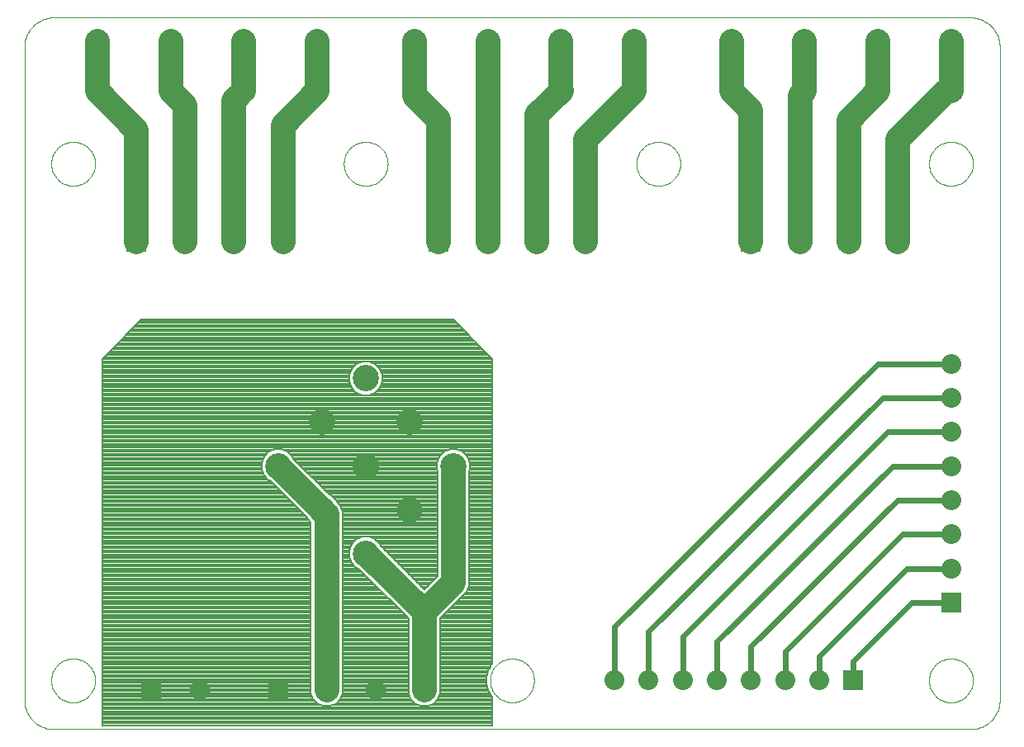
<source format=gtl>
G75*
%MOIN*%
%OFA0B0*%
%FSLAX24Y24*%
%IPPOS*%
%LPD*%
%AMOC8*
5,1,8,0,0,1.08239X$1,22.5*
%
%ADD10C,0.0000*%
%ADD11C,0.1063*%
%ADD12R,0.0800X0.0800*%
%ADD13C,0.0800*%
%ADD14C,0.0827*%
%ADD15C,0.1000*%
%ADD16C,0.0083*%
%ADD17C,0.0240*%
D10*
X001281Y000141D02*
X038289Y000141D01*
X000100Y001322D02*
X000100Y027700D01*
X001281Y028881D02*
X038289Y028881D01*
X001183Y002110D02*
X001185Y002169D01*
X001191Y002228D01*
X001201Y002286D01*
X001214Y002344D01*
X001232Y002401D01*
X001253Y002456D01*
X001278Y002510D01*
X001307Y002562D01*
X001339Y002611D01*
X001374Y002659D01*
X001412Y002704D01*
X001453Y002747D01*
X001497Y002787D01*
X001543Y002823D01*
X001592Y002857D01*
X001643Y002887D01*
X001696Y002914D01*
X001751Y002937D01*
X001806Y002956D01*
X001864Y002972D01*
X001922Y002984D01*
X001980Y002992D01*
X002039Y002996D01*
X002099Y002996D01*
X002158Y002992D01*
X002216Y002984D01*
X002274Y002972D01*
X002332Y002956D01*
X002387Y002937D01*
X002442Y002914D01*
X002495Y002887D01*
X002546Y002857D01*
X002595Y002823D01*
X002641Y002787D01*
X002685Y002747D01*
X002726Y002704D01*
X002764Y002659D01*
X002799Y002611D01*
X002831Y002562D01*
X002860Y002510D01*
X002885Y002456D01*
X002906Y002401D01*
X002924Y002344D01*
X002937Y002286D01*
X002947Y002228D01*
X002953Y002169D01*
X002955Y002110D01*
X002953Y002051D01*
X002947Y001992D01*
X002937Y001934D01*
X002924Y001876D01*
X002906Y001819D01*
X002885Y001764D01*
X002860Y001710D01*
X002831Y001658D01*
X002799Y001609D01*
X002764Y001561D01*
X002726Y001516D01*
X002685Y001473D01*
X002641Y001433D01*
X002595Y001397D01*
X002546Y001363D01*
X002495Y001333D01*
X002442Y001306D01*
X002387Y001283D01*
X002332Y001264D01*
X002274Y001248D01*
X002216Y001236D01*
X002158Y001228D01*
X002099Y001224D01*
X002039Y001224D01*
X001980Y001228D01*
X001922Y001236D01*
X001864Y001248D01*
X001806Y001264D01*
X001751Y001283D01*
X001696Y001306D01*
X001643Y001333D01*
X001592Y001363D01*
X001543Y001397D01*
X001497Y001433D01*
X001453Y001473D01*
X001412Y001516D01*
X001374Y001561D01*
X001339Y001609D01*
X001307Y001658D01*
X001278Y001710D01*
X001253Y001764D01*
X001232Y001819D01*
X001214Y001876D01*
X001201Y001934D01*
X001191Y001992D01*
X001185Y002051D01*
X001183Y002110D01*
X036616Y002110D02*
X036618Y002169D01*
X036624Y002228D01*
X036634Y002286D01*
X036647Y002344D01*
X036665Y002401D01*
X036686Y002456D01*
X036711Y002510D01*
X036740Y002562D01*
X036772Y002611D01*
X036807Y002659D01*
X036845Y002704D01*
X036886Y002747D01*
X036930Y002787D01*
X036976Y002823D01*
X037025Y002857D01*
X037076Y002887D01*
X037129Y002914D01*
X037184Y002937D01*
X037239Y002956D01*
X037297Y002972D01*
X037355Y002984D01*
X037413Y002992D01*
X037472Y002996D01*
X037532Y002996D01*
X037591Y002992D01*
X037649Y002984D01*
X037707Y002972D01*
X037765Y002956D01*
X037820Y002937D01*
X037875Y002914D01*
X037928Y002887D01*
X037979Y002857D01*
X038028Y002823D01*
X038074Y002787D01*
X038118Y002747D01*
X038159Y002704D01*
X038197Y002659D01*
X038232Y002611D01*
X038264Y002562D01*
X038293Y002510D01*
X038318Y002456D01*
X038339Y002401D01*
X038357Y002344D01*
X038370Y002286D01*
X038380Y002228D01*
X038386Y002169D01*
X038388Y002110D01*
X038386Y002051D01*
X038380Y001992D01*
X038370Y001934D01*
X038357Y001876D01*
X038339Y001819D01*
X038318Y001764D01*
X038293Y001710D01*
X038264Y001658D01*
X038232Y001609D01*
X038197Y001561D01*
X038159Y001516D01*
X038118Y001473D01*
X038074Y001433D01*
X038028Y001397D01*
X037979Y001363D01*
X037928Y001333D01*
X037875Y001306D01*
X037820Y001283D01*
X037765Y001264D01*
X037707Y001248D01*
X037649Y001236D01*
X037591Y001228D01*
X037532Y001224D01*
X037472Y001224D01*
X037413Y001228D01*
X037355Y001236D01*
X037297Y001248D01*
X037239Y001264D01*
X037184Y001283D01*
X037129Y001306D01*
X037076Y001333D01*
X037025Y001363D01*
X036976Y001397D01*
X036930Y001433D01*
X036886Y001473D01*
X036845Y001516D01*
X036807Y001561D01*
X036772Y001609D01*
X036740Y001658D01*
X036711Y001710D01*
X036686Y001764D01*
X036665Y001819D01*
X036647Y001876D01*
X036634Y001934D01*
X036624Y001992D01*
X036618Y002051D01*
X036616Y002110D01*
X018899Y002110D02*
X018901Y002169D01*
X018907Y002228D01*
X018917Y002286D01*
X018930Y002344D01*
X018948Y002401D01*
X018969Y002456D01*
X018994Y002510D01*
X019023Y002562D01*
X019055Y002611D01*
X019090Y002659D01*
X019128Y002704D01*
X019169Y002747D01*
X019213Y002787D01*
X019259Y002823D01*
X019308Y002857D01*
X019359Y002887D01*
X019412Y002914D01*
X019467Y002937D01*
X019522Y002956D01*
X019580Y002972D01*
X019638Y002984D01*
X019696Y002992D01*
X019755Y002996D01*
X019815Y002996D01*
X019874Y002992D01*
X019932Y002984D01*
X019990Y002972D01*
X020048Y002956D01*
X020103Y002937D01*
X020158Y002914D01*
X020211Y002887D01*
X020262Y002857D01*
X020311Y002823D01*
X020357Y002787D01*
X020401Y002747D01*
X020442Y002704D01*
X020480Y002659D01*
X020515Y002611D01*
X020547Y002562D01*
X020576Y002510D01*
X020601Y002456D01*
X020622Y002401D01*
X020640Y002344D01*
X020653Y002286D01*
X020663Y002228D01*
X020669Y002169D01*
X020671Y002110D01*
X020669Y002051D01*
X020663Y001992D01*
X020653Y001934D01*
X020640Y001876D01*
X020622Y001819D01*
X020601Y001764D01*
X020576Y001710D01*
X020547Y001658D01*
X020515Y001609D01*
X020480Y001561D01*
X020442Y001516D01*
X020401Y001473D01*
X020357Y001433D01*
X020311Y001397D01*
X020262Y001363D01*
X020211Y001333D01*
X020158Y001306D01*
X020103Y001283D01*
X020048Y001264D01*
X019990Y001248D01*
X019932Y001236D01*
X019874Y001228D01*
X019815Y001224D01*
X019755Y001224D01*
X019696Y001228D01*
X019638Y001236D01*
X019580Y001248D01*
X019522Y001264D01*
X019467Y001283D01*
X019412Y001306D01*
X019359Y001333D01*
X019308Y001363D01*
X019259Y001397D01*
X019213Y001433D01*
X019169Y001473D01*
X019128Y001516D01*
X019090Y001561D01*
X019055Y001609D01*
X019023Y001658D01*
X018994Y001710D01*
X018969Y001764D01*
X018948Y001819D01*
X018930Y001876D01*
X018917Y001934D01*
X018907Y001992D01*
X018901Y002051D01*
X018899Y002110D01*
X024805Y022976D02*
X024807Y023035D01*
X024813Y023094D01*
X024823Y023152D01*
X024836Y023210D01*
X024854Y023267D01*
X024875Y023322D01*
X024900Y023376D01*
X024929Y023428D01*
X024961Y023477D01*
X024996Y023525D01*
X025034Y023570D01*
X025075Y023613D01*
X025119Y023653D01*
X025165Y023689D01*
X025214Y023723D01*
X025265Y023753D01*
X025318Y023780D01*
X025373Y023803D01*
X025428Y023822D01*
X025486Y023838D01*
X025544Y023850D01*
X025602Y023858D01*
X025661Y023862D01*
X025721Y023862D01*
X025780Y023858D01*
X025838Y023850D01*
X025896Y023838D01*
X025954Y023822D01*
X026009Y023803D01*
X026064Y023780D01*
X026117Y023753D01*
X026168Y023723D01*
X026217Y023689D01*
X026263Y023653D01*
X026307Y023613D01*
X026348Y023570D01*
X026386Y023525D01*
X026421Y023477D01*
X026453Y023428D01*
X026482Y023376D01*
X026507Y023322D01*
X026528Y023267D01*
X026546Y023210D01*
X026559Y023152D01*
X026569Y023094D01*
X026575Y023035D01*
X026577Y022976D01*
X026575Y022917D01*
X026569Y022858D01*
X026559Y022800D01*
X026546Y022742D01*
X026528Y022685D01*
X026507Y022630D01*
X026482Y022576D01*
X026453Y022524D01*
X026421Y022475D01*
X026386Y022427D01*
X026348Y022382D01*
X026307Y022339D01*
X026263Y022299D01*
X026217Y022263D01*
X026168Y022229D01*
X026117Y022199D01*
X026064Y022172D01*
X026009Y022149D01*
X025954Y022130D01*
X025896Y022114D01*
X025838Y022102D01*
X025780Y022094D01*
X025721Y022090D01*
X025661Y022090D01*
X025602Y022094D01*
X025544Y022102D01*
X025486Y022114D01*
X025428Y022130D01*
X025373Y022149D01*
X025318Y022172D01*
X025265Y022199D01*
X025214Y022229D01*
X025165Y022263D01*
X025119Y022299D01*
X025075Y022339D01*
X025034Y022382D01*
X024996Y022427D01*
X024961Y022475D01*
X024929Y022524D01*
X024900Y022576D01*
X024875Y022630D01*
X024854Y022685D01*
X024836Y022742D01*
X024823Y022800D01*
X024813Y022858D01*
X024807Y022917D01*
X024805Y022976D01*
X012994Y022976D02*
X012996Y023035D01*
X013002Y023094D01*
X013012Y023152D01*
X013025Y023210D01*
X013043Y023267D01*
X013064Y023322D01*
X013089Y023376D01*
X013118Y023428D01*
X013150Y023477D01*
X013185Y023525D01*
X013223Y023570D01*
X013264Y023613D01*
X013308Y023653D01*
X013354Y023689D01*
X013403Y023723D01*
X013454Y023753D01*
X013507Y023780D01*
X013562Y023803D01*
X013617Y023822D01*
X013675Y023838D01*
X013733Y023850D01*
X013791Y023858D01*
X013850Y023862D01*
X013910Y023862D01*
X013969Y023858D01*
X014027Y023850D01*
X014085Y023838D01*
X014143Y023822D01*
X014198Y023803D01*
X014253Y023780D01*
X014306Y023753D01*
X014357Y023723D01*
X014406Y023689D01*
X014452Y023653D01*
X014496Y023613D01*
X014537Y023570D01*
X014575Y023525D01*
X014610Y023477D01*
X014642Y023428D01*
X014671Y023376D01*
X014696Y023322D01*
X014717Y023267D01*
X014735Y023210D01*
X014748Y023152D01*
X014758Y023094D01*
X014764Y023035D01*
X014766Y022976D01*
X014764Y022917D01*
X014758Y022858D01*
X014748Y022800D01*
X014735Y022742D01*
X014717Y022685D01*
X014696Y022630D01*
X014671Y022576D01*
X014642Y022524D01*
X014610Y022475D01*
X014575Y022427D01*
X014537Y022382D01*
X014496Y022339D01*
X014452Y022299D01*
X014406Y022263D01*
X014357Y022229D01*
X014306Y022199D01*
X014253Y022172D01*
X014198Y022149D01*
X014143Y022130D01*
X014085Y022114D01*
X014027Y022102D01*
X013969Y022094D01*
X013910Y022090D01*
X013850Y022090D01*
X013791Y022094D01*
X013733Y022102D01*
X013675Y022114D01*
X013617Y022130D01*
X013562Y022149D01*
X013507Y022172D01*
X013454Y022199D01*
X013403Y022229D01*
X013354Y022263D01*
X013308Y022299D01*
X013264Y022339D01*
X013223Y022382D01*
X013185Y022427D01*
X013150Y022475D01*
X013118Y022524D01*
X013089Y022576D01*
X013064Y022630D01*
X013043Y022685D01*
X013025Y022742D01*
X013012Y022800D01*
X013002Y022858D01*
X012996Y022917D01*
X012994Y022976D01*
X001183Y022976D02*
X001185Y023035D01*
X001191Y023094D01*
X001201Y023152D01*
X001214Y023210D01*
X001232Y023267D01*
X001253Y023322D01*
X001278Y023376D01*
X001307Y023428D01*
X001339Y023477D01*
X001374Y023525D01*
X001412Y023570D01*
X001453Y023613D01*
X001497Y023653D01*
X001543Y023689D01*
X001592Y023723D01*
X001643Y023753D01*
X001696Y023780D01*
X001751Y023803D01*
X001806Y023822D01*
X001864Y023838D01*
X001922Y023850D01*
X001980Y023858D01*
X002039Y023862D01*
X002099Y023862D01*
X002158Y023858D01*
X002216Y023850D01*
X002274Y023838D01*
X002332Y023822D01*
X002387Y023803D01*
X002442Y023780D01*
X002495Y023753D01*
X002546Y023723D01*
X002595Y023689D01*
X002641Y023653D01*
X002685Y023613D01*
X002726Y023570D01*
X002764Y023525D01*
X002799Y023477D01*
X002831Y023428D01*
X002860Y023376D01*
X002885Y023322D01*
X002906Y023267D01*
X002924Y023210D01*
X002937Y023152D01*
X002947Y023094D01*
X002953Y023035D01*
X002955Y022976D01*
X002953Y022917D01*
X002947Y022858D01*
X002937Y022800D01*
X002924Y022742D01*
X002906Y022685D01*
X002885Y022630D01*
X002860Y022576D01*
X002831Y022524D01*
X002799Y022475D01*
X002764Y022427D01*
X002726Y022382D01*
X002685Y022339D01*
X002641Y022299D01*
X002595Y022263D01*
X002546Y022229D01*
X002495Y022199D01*
X002442Y022172D01*
X002387Y022149D01*
X002332Y022130D01*
X002274Y022114D01*
X002216Y022102D01*
X002158Y022094D01*
X002099Y022090D01*
X002039Y022090D01*
X001980Y022094D01*
X001922Y022102D01*
X001864Y022114D01*
X001806Y022130D01*
X001751Y022149D01*
X001696Y022172D01*
X001643Y022199D01*
X001592Y022229D01*
X001543Y022263D01*
X001497Y022299D01*
X001453Y022339D01*
X001412Y022382D01*
X001374Y022427D01*
X001339Y022475D01*
X001307Y022524D01*
X001278Y022576D01*
X001253Y022630D01*
X001232Y022685D01*
X001214Y022742D01*
X001201Y022800D01*
X001191Y022858D01*
X001185Y022917D01*
X001183Y022976D01*
X036616Y022976D02*
X036618Y023035D01*
X036624Y023094D01*
X036634Y023152D01*
X036647Y023210D01*
X036665Y023267D01*
X036686Y023322D01*
X036711Y023376D01*
X036740Y023428D01*
X036772Y023477D01*
X036807Y023525D01*
X036845Y023570D01*
X036886Y023613D01*
X036930Y023653D01*
X036976Y023689D01*
X037025Y023723D01*
X037076Y023753D01*
X037129Y023780D01*
X037184Y023803D01*
X037239Y023822D01*
X037297Y023838D01*
X037355Y023850D01*
X037413Y023858D01*
X037472Y023862D01*
X037532Y023862D01*
X037591Y023858D01*
X037649Y023850D01*
X037707Y023838D01*
X037765Y023822D01*
X037820Y023803D01*
X037875Y023780D01*
X037928Y023753D01*
X037979Y023723D01*
X038028Y023689D01*
X038074Y023653D01*
X038118Y023613D01*
X038159Y023570D01*
X038197Y023525D01*
X038232Y023477D01*
X038264Y023428D01*
X038293Y023376D01*
X038318Y023322D01*
X038339Y023267D01*
X038357Y023210D01*
X038370Y023152D01*
X038380Y023094D01*
X038386Y023035D01*
X038388Y022976D01*
X038386Y022917D01*
X038380Y022858D01*
X038370Y022800D01*
X038357Y022742D01*
X038339Y022685D01*
X038318Y022630D01*
X038293Y022576D01*
X038264Y022524D01*
X038232Y022475D01*
X038197Y022427D01*
X038159Y022382D01*
X038118Y022339D01*
X038074Y022299D01*
X038028Y022263D01*
X037979Y022229D01*
X037928Y022199D01*
X037875Y022172D01*
X037820Y022149D01*
X037765Y022130D01*
X037707Y022114D01*
X037649Y022102D01*
X037591Y022094D01*
X037532Y022090D01*
X037472Y022090D01*
X037413Y022094D01*
X037355Y022102D01*
X037297Y022114D01*
X037239Y022130D01*
X037184Y022149D01*
X037129Y022172D01*
X037076Y022199D01*
X037025Y022229D01*
X036976Y022263D01*
X036930Y022299D01*
X036886Y022339D01*
X036845Y022382D01*
X036807Y022427D01*
X036772Y022475D01*
X036740Y022524D01*
X036711Y022576D01*
X036686Y022630D01*
X036665Y022685D01*
X036647Y022742D01*
X036634Y022800D01*
X036624Y022858D01*
X036618Y022917D01*
X036616Y022976D01*
X039470Y027700D02*
X039470Y001322D01*
X001281Y000141D02*
X001215Y000143D01*
X001149Y000148D01*
X001083Y000158D01*
X001018Y000171D01*
X000954Y000187D01*
X000891Y000207D01*
X000829Y000231D01*
X000769Y000258D01*
X000710Y000288D01*
X000653Y000322D01*
X000598Y000359D01*
X000545Y000399D01*
X000494Y000441D01*
X000446Y000487D01*
X000400Y000535D01*
X000358Y000586D01*
X000318Y000639D01*
X000281Y000694D01*
X000247Y000751D01*
X000217Y000810D01*
X000190Y000870D01*
X000166Y000932D01*
X000146Y000995D01*
X000130Y001059D01*
X000117Y001124D01*
X000107Y001190D01*
X000102Y001256D01*
X000100Y001322D01*
X000100Y027700D02*
X000102Y027766D01*
X000107Y027832D01*
X000117Y027898D01*
X000130Y027963D01*
X000146Y028027D01*
X000166Y028090D01*
X000190Y028152D01*
X000217Y028212D01*
X000247Y028271D01*
X000281Y028328D01*
X000318Y028383D01*
X000358Y028436D01*
X000400Y028487D01*
X000446Y028535D01*
X000494Y028581D01*
X000545Y028623D01*
X000598Y028663D01*
X000653Y028700D01*
X000710Y028734D01*
X000769Y028764D01*
X000829Y028791D01*
X000891Y028815D01*
X000954Y028835D01*
X001018Y028851D01*
X001083Y028864D01*
X001149Y028874D01*
X001215Y028879D01*
X001281Y028881D01*
X038289Y028881D02*
X038355Y028879D01*
X038421Y028874D01*
X038487Y028864D01*
X038552Y028851D01*
X038616Y028835D01*
X038679Y028815D01*
X038741Y028791D01*
X038801Y028764D01*
X038860Y028734D01*
X038917Y028700D01*
X038972Y028663D01*
X039025Y028623D01*
X039076Y028581D01*
X039124Y028535D01*
X039170Y028487D01*
X039212Y028436D01*
X039252Y028383D01*
X039289Y028328D01*
X039323Y028271D01*
X039353Y028212D01*
X039380Y028152D01*
X039404Y028090D01*
X039424Y028027D01*
X039440Y027963D01*
X039453Y027898D01*
X039463Y027832D01*
X039468Y027766D01*
X039470Y027700D01*
X039470Y001322D02*
X039468Y001256D01*
X039463Y001190D01*
X039453Y001124D01*
X039440Y001059D01*
X039424Y000995D01*
X039404Y000932D01*
X039380Y000870D01*
X039353Y000810D01*
X039323Y000751D01*
X039289Y000694D01*
X039252Y000639D01*
X039212Y000586D01*
X039170Y000535D01*
X039124Y000487D01*
X039076Y000441D01*
X039025Y000399D01*
X038972Y000359D01*
X038917Y000322D01*
X038860Y000288D01*
X038801Y000258D01*
X038741Y000231D01*
X038679Y000207D01*
X038616Y000187D01*
X038552Y000171D01*
X038487Y000158D01*
X038421Y000148D01*
X038355Y000143D01*
X038289Y000141D01*
D11*
X013880Y014307D03*
X012112Y012539D03*
X010344Y010771D03*
X015647Y012539D03*
X013880Y010771D03*
X012112Y009003D03*
X017415Y010771D03*
X015647Y009003D03*
X013880Y007236D03*
D12*
X029431Y019826D03*
X016832Y019826D03*
X004628Y019826D03*
X010336Y001716D03*
X005218Y001716D03*
X037502Y005259D03*
X033565Y002110D03*
D13*
X031399Y019826D03*
X033368Y019826D03*
X035336Y019826D03*
X018801Y019826D03*
X020769Y019826D03*
X022738Y019826D03*
X006596Y019826D03*
X008565Y019826D03*
X010533Y019826D03*
X012305Y001716D03*
X014273Y001716D03*
X016242Y001716D03*
X007187Y001716D03*
X037502Y006637D03*
X037502Y008015D03*
X037502Y009393D03*
X037502Y010771D03*
X037502Y012149D03*
X037502Y013527D03*
X037502Y014905D03*
X032187Y002110D03*
X030809Y002110D03*
X029431Y002110D03*
X028053Y002110D03*
X026675Y002110D03*
X025297Y002110D03*
X023919Y002110D03*
D14*
X037502Y025913D03*
X037502Y027913D03*
X034549Y025913D03*
X034549Y027913D03*
X031596Y025913D03*
X031596Y027913D03*
X028643Y025913D03*
X028643Y027913D03*
X024706Y025913D03*
X024706Y027913D03*
X021754Y025913D03*
X021754Y027913D03*
X018801Y025913D03*
X018801Y027913D03*
X015848Y025913D03*
X015848Y027913D03*
X011911Y025913D03*
X011911Y027913D03*
X008958Y025913D03*
X008958Y027913D03*
X006006Y025913D03*
X006006Y027913D03*
X003053Y025913D03*
X003053Y027913D03*
D15*
X035336Y019826D02*
X035336Y023960D01*
X037305Y025929D01*
X037486Y025929D01*
X037502Y025913D01*
X037502Y026126D02*
X037502Y027913D01*
X033368Y019826D02*
X033368Y024732D01*
X034549Y025913D01*
X034549Y025929D02*
X034549Y027913D01*
X031399Y019826D02*
X031399Y025716D01*
X031596Y025913D01*
X031596Y027913D01*
X029431Y019826D02*
X029431Y025126D01*
X028643Y025913D01*
X028643Y027913D01*
X022738Y019826D02*
X022738Y023960D01*
X024706Y025929D01*
X024706Y027913D01*
X021754Y027913D02*
X021754Y025913D01*
X021769Y025929D02*
X020785Y024944D01*
X020769Y024929D02*
X020769Y019826D01*
X018801Y019826D02*
X018801Y024732D01*
X018817Y024748D02*
X018817Y025929D01*
X018801Y025913D02*
X018801Y027913D01*
X016832Y019826D02*
X016832Y024748D01*
X015848Y025732D01*
X015848Y027913D01*
X011911Y027913D02*
X011911Y025913D01*
X010533Y019826D02*
X010533Y024535D01*
X011911Y025913D01*
X008958Y025913D02*
X008958Y027913D01*
X008565Y019826D02*
X008565Y025535D01*
X008761Y025732D01*
X006006Y025913D02*
X006006Y027913D01*
X006596Y019826D02*
X006596Y025322D01*
X006006Y025913D01*
X003053Y025913D02*
X003053Y027913D01*
X004628Y019826D02*
X004628Y024338D01*
X003053Y025913D01*
X012305Y001716D02*
X012305Y008811D01*
X012112Y009003D01*
X010344Y010763D02*
X012104Y009003D01*
X012112Y009003D01*
X016242Y001716D02*
X016242Y004874D01*
X013880Y007236D01*
X017415Y010771D02*
X017415Y006047D01*
X016242Y004874D01*
X013880Y007236D01*
D16*
X003250Y015102D02*
X004824Y016677D01*
X017423Y016677D01*
X018998Y015102D01*
X018998Y002775D01*
X018963Y002741D01*
X018828Y002506D01*
X018758Y002245D01*
X018758Y001975D01*
X018828Y001713D01*
X018963Y001479D01*
X018998Y001445D01*
X018998Y000283D01*
X003250Y000283D01*
X003250Y015102D01*
X012682Y009385D02*
X012493Y009574D01*
X012404Y009611D01*
X010951Y011063D01*
X010914Y011152D01*
X010725Y011342D01*
X010478Y011444D01*
X010210Y011444D01*
X009963Y011342D01*
X009774Y011152D01*
X009671Y010905D01*
X009671Y010637D01*
X009774Y010390D01*
X009963Y010201D01*
X010026Y010175D01*
X011515Y008685D01*
X011541Y008622D01*
X011663Y008500D01*
X011663Y001589D01*
X011761Y001353D01*
X011941Y001172D01*
X012177Y001075D01*
X012432Y001075D01*
X012668Y001172D01*
X012848Y001353D01*
X012946Y001589D01*
X012946Y008938D01*
X012848Y009174D01*
X012714Y009309D01*
X012682Y009385D01*
X014552Y014173D02*
X014552Y014441D01*
X014450Y014688D01*
X014261Y014877D01*
X014013Y014980D01*
X013746Y014980D01*
X013498Y014877D01*
X013309Y014688D01*
X013207Y014441D01*
X013207Y014173D01*
X013309Y013926D01*
X013498Y013736D01*
X013746Y013634D01*
X014013Y013634D01*
X014261Y013736D01*
X014450Y013926D01*
X014552Y014173D01*
X015600Y001589D02*
X015698Y001353D01*
X015878Y001172D01*
X016114Y001075D01*
X016369Y001075D01*
X016605Y001172D01*
X016785Y001353D01*
X016883Y001589D01*
X016883Y004608D01*
X017959Y005684D01*
X018056Y005919D01*
X018056Y010561D01*
X018088Y010637D01*
X018088Y010905D01*
X017985Y011152D01*
X017796Y011342D01*
X017549Y011444D01*
X017281Y011444D01*
X017034Y011342D01*
X016845Y011152D01*
X016742Y010905D01*
X016742Y010637D01*
X016774Y010561D01*
X016774Y006313D01*
X016242Y005781D01*
X014481Y007541D01*
X014450Y007617D01*
X014261Y007806D01*
X014013Y007909D01*
X013746Y007909D01*
X013498Y007806D01*
X013309Y007617D01*
X013207Y007370D01*
X013207Y007102D01*
X013309Y006855D01*
X013498Y006665D01*
X013574Y006634D01*
X015600Y004608D01*
X015600Y001589D01*
X018998Y000304D02*
X003250Y000304D01*
X003250Y000385D02*
X018998Y000385D01*
X018998Y000466D02*
X003250Y000466D01*
X003250Y000547D02*
X018998Y000547D01*
X018998Y000628D02*
X003250Y000628D01*
X003250Y000710D02*
X018998Y000710D01*
X018998Y000791D02*
X003250Y000791D01*
X003250Y000872D02*
X018998Y000872D01*
X018998Y000953D02*
X003250Y000953D01*
X003250Y001034D02*
X018998Y001034D01*
X012079Y001115D02*
X003250Y001115D01*
X012530Y001115D02*
X016016Y001115D01*
X016467Y001115D02*
X018998Y001115D01*
X011917Y001197D02*
X003250Y001197D01*
X012692Y001197D02*
X015854Y001197D01*
X016629Y001197D02*
X018998Y001197D01*
X011836Y001278D02*
X003250Y001278D01*
X012773Y001278D02*
X015773Y001278D01*
X016710Y001278D02*
X018998Y001278D01*
X011758Y001359D02*
X003250Y001359D01*
X012851Y001359D02*
X015695Y001359D01*
X016788Y001359D02*
X018998Y001359D01*
X011725Y001440D02*
X003250Y001440D01*
X012885Y001440D02*
X015662Y001440D01*
X016822Y001440D02*
X018998Y001440D01*
X011691Y001521D02*
X003250Y001521D01*
X012918Y001521D02*
X015628Y001521D01*
X016855Y001521D02*
X018939Y001521D01*
X011663Y001603D02*
X003250Y001603D01*
X012946Y001603D02*
X015600Y001603D01*
X016883Y001603D02*
X018892Y001603D01*
X011663Y001684D02*
X003250Y001684D01*
X012946Y001684D02*
X015600Y001684D01*
X016883Y001684D02*
X018845Y001684D01*
X011663Y001765D02*
X003250Y001765D01*
X012946Y001765D02*
X015600Y001765D01*
X016883Y001765D02*
X018814Y001765D01*
X011663Y001846D02*
X003250Y001846D01*
X012946Y001846D02*
X015600Y001846D01*
X016883Y001846D02*
X018792Y001846D01*
X011663Y001927D02*
X003250Y001927D01*
X012946Y001927D02*
X015600Y001927D01*
X016883Y001927D02*
X018771Y001927D01*
X011663Y002008D02*
X003250Y002008D01*
X012946Y002008D02*
X015600Y002008D01*
X016883Y002008D02*
X018758Y002008D01*
X011663Y002090D02*
X003250Y002090D01*
X012946Y002090D02*
X015600Y002090D01*
X016883Y002090D02*
X018758Y002090D01*
X011663Y002171D02*
X003250Y002171D01*
X012946Y002171D02*
X015600Y002171D01*
X016883Y002171D02*
X018758Y002171D01*
X011663Y002252D02*
X003250Y002252D01*
X012946Y002252D02*
X015600Y002252D01*
X016883Y002252D02*
X018760Y002252D01*
X011663Y002333D02*
X003250Y002333D01*
X012946Y002333D02*
X015600Y002333D01*
X016883Y002333D02*
X018781Y002333D01*
X011663Y002414D02*
X003250Y002414D01*
X012946Y002414D02*
X015600Y002414D01*
X016883Y002414D02*
X018803Y002414D01*
X011663Y002495D02*
X003250Y002495D01*
X012946Y002495D02*
X015600Y002495D01*
X016883Y002495D02*
X018825Y002495D01*
X011663Y002577D02*
X003250Y002577D01*
X012946Y002577D02*
X015600Y002577D01*
X016883Y002577D02*
X018868Y002577D01*
X011663Y002658D02*
X003250Y002658D01*
X012946Y002658D02*
X015600Y002658D01*
X016883Y002658D02*
X018915Y002658D01*
X011663Y002739D02*
X003250Y002739D01*
X012946Y002739D02*
X015600Y002739D01*
X016883Y002739D02*
X018962Y002739D01*
X011663Y002820D02*
X003250Y002820D01*
X012946Y002820D02*
X015600Y002820D01*
X016883Y002820D02*
X018998Y002820D01*
X011663Y002901D02*
X003250Y002901D01*
X012946Y002901D02*
X015600Y002901D01*
X016883Y002901D02*
X018998Y002901D01*
X011663Y002983D02*
X003250Y002983D01*
X012946Y002983D02*
X015600Y002983D01*
X016883Y002983D02*
X018998Y002983D01*
X011663Y003064D02*
X003250Y003064D01*
X012946Y003064D02*
X015600Y003064D01*
X016883Y003064D02*
X018998Y003064D01*
X011663Y003145D02*
X003250Y003145D01*
X012946Y003145D02*
X015600Y003145D01*
X016883Y003145D02*
X018998Y003145D01*
X011663Y003226D02*
X003250Y003226D01*
X012946Y003226D02*
X015600Y003226D01*
X016883Y003226D02*
X018998Y003226D01*
X011663Y003307D02*
X003250Y003307D01*
X012946Y003307D02*
X015600Y003307D01*
X016883Y003307D02*
X018998Y003307D01*
X011663Y003388D02*
X003250Y003388D01*
X012946Y003388D02*
X015600Y003388D01*
X016883Y003388D02*
X018998Y003388D01*
X011663Y003470D02*
X003250Y003470D01*
X012946Y003470D02*
X015600Y003470D01*
X016883Y003470D02*
X018998Y003470D01*
X011663Y003551D02*
X003250Y003551D01*
X012946Y003551D02*
X015600Y003551D01*
X016883Y003551D02*
X018998Y003551D01*
X011663Y003632D02*
X003250Y003632D01*
X012946Y003632D02*
X015600Y003632D01*
X016883Y003632D02*
X018998Y003632D01*
X011663Y003713D02*
X003250Y003713D01*
X012946Y003713D02*
X015600Y003713D01*
X016883Y003713D02*
X018998Y003713D01*
X011663Y003794D02*
X003250Y003794D01*
X012946Y003794D02*
X015600Y003794D01*
X016883Y003794D02*
X018998Y003794D01*
X011663Y003875D02*
X003250Y003875D01*
X012946Y003875D02*
X015600Y003875D01*
X016883Y003875D02*
X018998Y003875D01*
X011663Y003957D02*
X003250Y003957D01*
X012946Y003957D02*
X015600Y003957D01*
X016883Y003957D02*
X018998Y003957D01*
X011663Y004038D02*
X003250Y004038D01*
X012946Y004038D02*
X015600Y004038D01*
X016883Y004038D02*
X018998Y004038D01*
X011663Y004119D02*
X003250Y004119D01*
X012946Y004119D02*
X015600Y004119D01*
X016883Y004119D02*
X018998Y004119D01*
X011663Y004200D02*
X003250Y004200D01*
X012946Y004200D02*
X015600Y004200D01*
X016883Y004200D02*
X018998Y004200D01*
X011663Y004281D02*
X003250Y004281D01*
X012946Y004281D02*
X015600Y004281D01*
X016883Y004281D02*
X018998Y004281D01*
X011663Y004363D02*
X003250Y004363D01*
X012946Y004363D02*
X015600Y004363D01*
X016883Y004363D02*
X018998Y004363D01*
X011663Y004444D02*
X003250Y004444D01*
X012946Y004444D02*
X015600Y004444D01*
X016883Y004444D02*
X018998Y004444D01*
X011663Y004525D02*
X003250Y004525D01*
X012946Y004525D02*
X015600Y004525D01*
X016883Y004525D02*
X018998Y004525D01*
X011663Y004606D02*
X003250Y004606D01*
X012946Y004606D02*
X015600Y004606D01*
X016883Y004606D02*
X018998Y004606D01*
X011663Y004687D02*
X003250Y004687D01*
X012946Y004687D02*
X015521Y004687D01*
X016962Y004687D02*
X018998Y004687D01*
X011663Y004768D02*
X003250Y004768D01*
X012946Y004768D02*
X015440Y004768D01*
X017044Y004768D02*
X018998Y004768D01*
X011663Y004850D02*
X003250Y004850D01*
X012946Y004850D02*
X015359Y004850D01*
X017125Y004850D02*
X018998Y004850D01*
X011663Y004931D02*
X003250Y004931D01*
X012946Y004931D02*
X015277Y004931D01*
X017206Y004931D02*
X018998Y004931D01*
X011663Y005012D02*
X003250Y005012D01*
X012946Y005012D02*
X015196Y005012D01*
X017287Y005012D02*
X018998Y005012D01*
X011663Y005093D02*
X003250Y005093D01*
X012946Y005093D02*
X015115Y005093D01*
X017368Y005093D02*
X018998Y005093D01*
X011663Y005174D02*
X003250Y005174D01*
X012946Y005174D02*
X015034Y005174D01*
X017450Y005174D02*
X018998Y005174D01*
X011663Y005256D02*
X003250Y005256D01*
X012946Y005256D02*
X014953Y005256D01*
X017531Y005256D02*
X018998Y005256D01*
X011663Y005337D02*
X003250Y005337D01*
X012946Y005337D02*
X014872Y005337D01*
X017612Y005337D02*
X018998Y005337D01*
X011663Y005418D02*
X003250Y005418D01*
X012946Y005418D02*
X014790Y005418D01*
X017693Y005418D02*
X018998Y005418D01*
X011663Y005499D02*
X003250Y005499D01*
X012946Y005499D02*
X014709Y005499D01*
X017774Y005499D02*
X018998Y005499D01*
X011663Y005580D02*
X003250Y005580D01*
X012946Y005580D02*
X014628Y005580D01*
X017855Y005580D02*
X018998Y005580D01*
X011663Y005661D02*
X003250Y005661D01*
X012946Y005661D02*
X014547Y005661D01*
X017937Y005661D02*
X018998Y005661D01*
X011663Y005743D02*
X003250Y005743D01*
X012946Y005743D02*
X014466Y005743D01*
X017983Y005743D02*
X018998Y005743D01*
X011663Y005824D02*
X003250Y005824D01*
X012946Y005824D02*
X014385Y005824D01*
X016198Y005824D02*
X016285Y005824D01*
X018017Y005824D02*
X018998Y005824D01*
X011663Y005905D02*
X003250Y005905D01*
X012946Y005905D02*
X014303Y005905D01*
X016117Y005905D02*
X016366Y005905D01*
X018050Y005905D02*
X018998Y005905D01*
X011663Y005986D02*
X003250Y005986D01*
X012946Y005986D02*
X014222Y005986D01*
X016036Y005986D02*
X016447Y005986D01*
X018056Y005986D02*
X018998Y005986D01*
X011663Y006067D02*
X003250Y006067D01*
X012946Y006067D02*
X014141Y006067D01*
X015955Y006067D02*
X016529Y006067D01*
X018056Y006067D02*
X018998Y006067D01*
X011663Y006148D02*
X003250Y006148D01*
X012946Y006148D02*
X014060Y006148D01*
X015874Y006148D02*
X016610Y006148D01*
X018056Y006148D02*
X018998Y006148D01*
X011663Y006230D02*
X003250Y006230D01*
X012946Y006230D02*
X013979Y006230D01*
X015793Y006230D02*
X016691Y006230D01*
X018056Y006230D02*
X018998Y006230D01*
X011663Y006311D02*
X003250Y006311D01*
X012946Y006311D02*
X013897Y006311D01*
X015711Y006311D02*
X016772Y006311D01*
X018056Y006311D02*
X018998Y006311D01*
X011663Y006392D02*
X003250Y006392D01*
X012946Y006392D02*
X013816Y006392D01*
X015630Y006392D02*
X016774Y006392D01*
X018056Y006392D02*
X018998Y006392D01*
X011663Y006473D02*
X003250Y006473D01*
X012946Y006473D02*
X013735Y006473D01*
X015549Y006473D02*
X016774Y006473D01*
X018056Y006473D02*
X018998Y006473D01*
X011663Y006554D02*
X003250Y006554D01*
X012946Y006554D02*
X013654Y006554D01*
X015468Y006554D02*
X016774Y006554D01*
X018056Y006554D02*
X018998Y006554D01*
X011663Y006636D02*
X003250Y006636D01*
X012946Y006636D02*
X013570Y006636D01*
X015387Y006636D02*
X016774Y006636D01*
X018056Y006636D02*
X018998Y006636D01*
X011663Y006717D02*
X003250Y006717D01*
X012946Y006717D02*
X013447Y006717D01*
X015306Y006717D02*
X016774Y006717D01*
X018056Y006717D02*
X018998Y006717D01*
X011663Y006798D02*
X003250Y006798D01*
X012946Y006798D02*
X013366Y006798D01*
X015224Y006798D02*
X016774Y006798D01*
X018056Y006798D02*
X018998Y006798D01*
X011663Y006879D02*
X003250Y006879D01*
X012946Y006879D02*
X013299Y006879D01*
X015143Y006879D02*
X016774Y006879D01*
X018056Y006879D02*
X018998Y006879D01*
X011663Y006960D02*
X003250Y006960D01*
X012946Y006960D02*
X013265Y006960D01*
X015062Y006960D02*
X016774Y006960D01*
X018056Y006960D02*
X018998Y006960D01*
X011663Y007041D02*
X003250Y007041D01*
X012946Y007041D02*
X013232Y007041D01*
X014981Y007041D02*
X016774Y007041D01*
X018056Y007041D02*
X018998Y007041D01*
X011663Y007123D02*
X003250Y007123D01*
X012946Y007123D02*
X013207Y007123D01*
X014900Y007123D02*
X016774Y007123D01*
X018056Y007123D02*
X018998Y007123D01*
X011663Y007204D02*
X003250Y007204D01*
X012946Y007204D02*
X013207Y007204D01*
X014818Y007204D02*
X016774Y007204D01*
X018056Y007204D02*
X018998Y007204D01*
X011663Y007285D02*
X003250Y007285D01*
X012946Y007285D02*
X013207Y007285D01*
X014737Y007285D02*
X016774Y007285D01*
X018056Y007285D02*
X018998Y007285D01*
X011663Y007366D02*
X003250Y007366D01*
X012946Y007366D02*
X013207Y007366D01*
X014656Y007366D02*
X016774Y007366D01*
X018056Y007366D02*
X018998Y007366D01*
X011663Y007447D02*
X003250Y007447D01*
X012946Y007447D02*
X013239Y007447D01*
X014575Y007447D02*
X016774Y007447D01*
X018056Y007447D02*
X018998Y007447D01*
X011663Y007528D02*
X003250Y007528D01*
X012946Y007528D02*
X013273Y007528D01*
X014494Y007528D02*
X016774Y007528D01*
X018056Y007528D02*
X018998Y007528D01*
X011663Y007610D02*
X003250Y007610D01*
X012946Y007610D02*
X013306Y007610D01*
X014453Y007610D02*
X016774Y007610D01*
X018056Y007610D02*
X018998Y007610D01*
X011663Y007691D02*
X003250Y007691D01*
X012946Y007691D02*
X013383Y007691D01*
X014376Y007691D02*
X016774Y007691D01*
X018056Y007691D02*
X018998Y007691D01*
X011663Y007772D02*
X003250Y007772D01*
X012946Y007772D02*
X013464Y007772D01*
X014295Y007772D02*
X016774Y007772D01*
X018056Y007772D02*
X018998Y007772D01*
X011663Y007853D02*
X003250Y007853D01*
X012946Y007853D02*
X013612Y007853D01*
X014147Y007853D02*
X016774Y007853D01*
X018056Y007853D02*
X018998Y007853D01*
X011663Y007934D02*
X003250Y007934D01*
X012946Y007934D02*
X016774Y007934D01*
X018056Y007934D02*
X018998Y007934D01*
X011663Y008016D02*
X003250Y008016D01*
X012946Y008016D02*
X016774Y008016D01*
X018056Y008016D02*
X018998Y008016D01*
X011663Y008097D02*
X003250Y008097D01*
X012946Y008097D02*
X016774Y008097D01*
X018056Y008097D02*
X018998Y008097D01*
X011663Y008178D02*
X003250Y008178D01*
X012946Y008178D02*
X016774Y008178D01*
X018056Y008178D02*
X018998Y008178D01*
X011663Y008259D02*
X003250Y008259D01*
X012946Y008259D02*
X016774Y008259D01*
X018056Y008259D02*
X018998Y008259D01*
X011663Y008340D02*
X003250Y008340D01*
X012946Y008340D02*
X016774Y008340D01*
X018056Y008340D02*
X018998Y008340D01*
X011663Y008421D02*
X003250Y008421D01*
X012946Y008421D02*
X016774Y008421D01*
X018056Y008421D02*
X018998Y008421D01*
X011661Y008503D02*
X003250Y008503D01*
X012946Y008503D02*
X016774Y008503D01*
X018056Y008503D02*
X018998Y008503D01*
X011580Y008584D02*
X003250Y008584D01*
X012946Y008584D02*
X016774Y008584D01*
X018056Y008584D02*
X018998Y008584D01*
X011524Y008665D02*
X003250Y008665D01*
X012946Y008665D02*
X016774Y008665D01*
X018056Y008665D02*
X018998Y008665D01*
X011454Y008746D02*
X003250Y008746D01*
X012946Y008746D02*
X016774Y008746D01*
X018056Y008746D02*
X018998Y008746D01*
X011373Y008827D02*
X003250Y008827D01*
X012946Y008827D02*
X016774Y008827D01*
X018056Y008827D02*
X018998Y008827D01*
X011292Y008908D02*
X003250Y008908D01*
X012946Y008908D02*
X016774Y008908D01*
X018056Y008908D02*
X018998Y008908D01*
X011211Y008990D02*
X003250Y008990D01*
X012925Y008990D02*
X016774Y008990D01*
X018056Y008990D02*
X018998Y008990D01*
X011130Y009071D02*
X003250Y009071D01*
X012891Y009071D02*
X016774Y009071D01*
X018056Y009071D02*
X018998Y009071D01*
X011048Y009152D02*
X003250Y009152D01*
X012857Y009152D02*
X016774Y009152D01*
X018056Y009152D02*
X018998Y009152D01*
X010967Y009233D02*
X003250Y009233D01*
X012789Y009233D02*
X016774Y009233D01*
X018056Y009233D02*
X018998Y009233D01*
X010886Y009314D02*
X003250Y009314D01*
X012711Y009314D02*
X016774Y009314D01*
X018056Y009314D02*
X018998Y009314D01*
X010805Y009396D02*
X003250Y009396D01*
X012671Y009396D02*
X016774Y009396D01*
X018056Y009396D02*
X018998Y009396D01*
X010724Y009477D02*
X003250Y009477D01*
X012590Y009477D02*
X016774Y009477D01*
X018056Y009477D02*
X018998Y009477D01*
X010643Y009558D02*
X003250Y009558D01*
X012509Y009558D02*
X016774Y009558D01*
X018056Y009558D02*
X018998Y009558D01*
X010561Y009639D02*
X003250Y009639D01*
X012375Y009639D02*
X016774Y009639D01*
X018056Y009639D02*
X018998Y009639D01*
X010480Y009720D02*
X003250Y009720D01*
X012294Y009720D02*
X016774Y009720D01*
X018056Y009720D02*
X018998Y009720D01*
X010399Y009801D02*
X003250Y009801D01*
X012213Y009801D02*
X016774Y009801D01*
X018056Y009801D02*
X018998Y009801D01*
X010318Y009883D02*
X003250Y009883D01*
X012132Y009883D02*
X016774Y009883D01*
X018056Y009883D02*
X018998Y009883D01*
X010237Y009964D02*
X003250Y009964D01*
X012051Y009964D02*
X016774Y009964D01*
X018056Y009964D02*
X018998Y009964D01*
X010156Y010045D02*
X003250Y010045D01*
X011969Y010045D02*
X016774Y010045D01*
X018056Y010045D02*
X018998Y010045D01*
X010074Y010126D02*
X003250Y010126D01*
X011888Y010126D02*
X016774Y010126D01*
X018056Y010126D02*
X018998Y010126D01*
X009956Y010207D02*
X003250Y010207D01*
X011807Y010207D02*
X016774Y010207D01*
X018056Y010207D02*
X018998Y010207D01*
X009875Y010289D02*
X003250Y010289D01*
X011726Y010289D02*
X016774Y010289D01*
X018056Y010289D02*
X018998Y010289D01*
X009794Y010370D02*
X003250Y010370D01*
X011645Y010370D02*
X016774Y010370D01*
X018056Y010370D02*
X018998Y010370D01*
X009748Y010451D02*
X003250Y010451D01*
X011564Y010451D02*
X016774Y010451D01*
X018056Y010451D02*
X018998Y010451D01*
X009715Y010532D02*
X003250Y010532D01*
X011482Y010532D02*
X016774Y010532D01*
X018056Y010532D02*
X018998Y010532D01*
X009681Y010613D02*
X003250Y010613D01*
X011401Y010613D02*
X016752Y010613D01*
X018078Y010613D02*
X018998Y010613D01*
X009671Y010694D02*
X003250Y010694D01*
X011320Y010694D02*
X016742Y010694D01*
X018088Y010694D02*
X018998Y010694D01*
X009671Y010776D02*
X003250Y010776D01*
X011239Y010776D02*
X016742Y010776D01*
X018088Y010776D02*
X018998Y010776D01*
X009671Y010857D02*
X003250Y010857D01*
X011158Y010857D02*
X016742Y010857D01*
X018088Y010857D02*
X018998Y010857D01*
X009685Y010938D02*
X003250Y010938D01*
X011077Y010938D02*
X016756Y010938D01*
X018074Y010938D02*
X018998Y010938D01*
X009718Y011019D02*
X003250Y011019D01*
X010995Y011019D02*
X016789Y011019D01*
X018041Y011019D02*
X018998Y011019D01*
X009752Y011100D02*
X003250Y011100D01*
X010936Y011100D02*
X016823Y011100D01*
X018007Y011100D02*
X018998Y011100D01*
X009803Y011181D02*
X003250Y011181D01*
X010885Y011181D02*
X016874Y011181D01*
X017956Y011181D02*
X018998Y011181D01*
X009884Y011263D02*
X003250Y011263D01*
X010804Y011263D02*
X016955Y011263D01*
X017875Y011263D02*
X018998Y011263D01*
X009968Y011344D02*
X003250Y011344D01*
X010720Y011344D02*
X017039Y011344D01*
X017791Y011344D02*
X018998Y011344D01*
X010164Y011425D02*
X003250Y011425D01*
X010524Y011425D02*
X017235Y011425D01*
X017595Y011425D02*
X018998Y011425D01*
X018998Y011506D02*
X003250Y011506D01*
X003250Y011587D02*
X018998Y011587D01*
X018998Y011669D02*
X003250Y011669D01*
X003250Y011750D02*
X018998Y011750D01*
X018998Y011831D02*
X003250Y011831D01*
X003250Y011912D02*
X018998Y011912D01*
X018998Y011993D02*
X003250Y011993D01*
X003250Y012074D02*
X018998Y012074D01*
X018998Y012156D02*
X003250Y012156D01*
X003250Y012237D02*
X018998Y012237D01*
X018998Y012318D02*
X003250Y012318D01*
X003250Y012399D02*
X018998Y012399D01*
X018998Y012480D02*
X003250Y012480D01*
X003250Y012561D02*
X018998Y012561D01*
X018998Y012643D02*
X003250Y012643D01*
X003250Y012724D02*
X018998Y012724D01*
X018998Y012805D02*
X003250Y012805D01*
X003250Y012886D02*
X018998Y012886D01*
X018998Y012967D02*
X003250Y012967D01*
X003250Y013049D02*
X018998Y013049D01*
X018998Y013130D02*
X003250Y013130D01*
X003250Y013211D02*
X018998Y013211D01*
X018998Y013292D02*
X003250Y013292D01*
X003250Y013373D02*
X018998Y013373D01*
X018998Y013454D02*
X003250Y013454D01*
X003250Y013536D02*
X018998Y013536D01*
X018998Y013617D02*
X003250Y013617D01*
X003250Y013698D02*
X013591Y013698D01*
X014168Y013698D02*
X018998Y013698D01*
X013456Y013779D02*
X003250Y013779D01*
X014303Y013779D02*
X018998Y013779D01*
X013374Y013860D02*
X003250Y013860D01*
X014385Y013860D02*
X018998Y013860D01*
X013303Y013941D02*
X003250Y013941D01*
X014456Y013941D02*
X018998Y013941D01*
X013269Y014023D02*
X003250Y014023D01*
X014490Y014023D02*
X018998Y014023D01*
X013235Y014104D02*
X003250Y014104D01*
X014524Y014104D02*
X018998Y014104D01*
X013207Y014185D02*
X003250Y014185D01*
X014552Y014185D02*
X018998Y014185D01*
X013207Y014266D02*
X003250Y014266D01*
X014552Y014266D02*
X018998Y014266D01*
X013207Y014347D02*
X003250Y014347D01*
X014552Y014347D02*
X018998Y014347D01*
X013207Y014429D02*
X003250Y014429D01*
X014552Y014429D02*
X018998Y014429D01*
X013235Y014510D02*
X003250Y014510D01*
X014524Y014510D02*
X018998Y014510D01*
X013269Y014591D02*
X003250Y014591D01*
X014490Y014591D02*
X018998Y014591D01*
X013303Y014672D02*
X003250Y014672D01*
X014456Y014672D02*
X018998Y014672D01*
X013374Y014753D02*
X003250Y014753D01*
X014385Y014753D02*
X018998Y014753D01*
X013456Y014834D02*
X003250Y014834D01*
X014303Y014834D02*
X018998Y014834D01*
X013591Y014916D02*
X003250Y014916D01*
X014168Y014916D02*
X018998Y014916D01*
X018998Y014997D02*
X003250Y014997D01*
X003250Y015078D02*
X018998Y015078D01*
X018940Y015159D02*
X003307Y015159D01*
X003388Y015240D02*
X018859Y015240D01*
X018778Y015322D02*
X003469Y015322D01*
X003550Y015403D02*
X018697Y015403D01*
X018616Y015484D02*
X003632Y015484D01*
X003713Y015565D02*
X018535Y015565D01*
X018453Y015646D02*
X003794Y015646D01*
X003875Y015727D02*
X018372Y015727D01*
X018291Y015809D02*
X003956Y015809D01*
X004037Y015890D02*
X018210Y015890D01*
X018129Y015971D02*
X004119Y015971D01*
X004200Y016052D02*
X018047Y016052D01*
X017966Y016133D02*
X004281Y016133D01*
X004362Y016214D02*
X017885Y016214D01*
X017804Y016296D02*
X004443Y016296D01*
X004524Y016377D02*
X017723Y016377D01*
X017642Y016458D02*
X004606Y016458D01*
X004687Y016539D02*
X017560Y016539D01*
X017479Y016620D02*
X004768Y016620D01*
D17*
X033565Y002110D02*
X033565Y002897D01*
X035927Y005259D01*
X037502Y005259D01*
X032187Y002110D02*
X032187Y003094D01*
X035730Y006637D01*
X037502Y006637D01*
X030809Y002110D02*
X030809Y003291D01*
X035533Y008015D01*
X037502Y008015D01*
X029431Y002110D02*
X029431Y003488D01*
X035336Y009393D01*
X037502Y009393D01*
X037502Y010771D02*
X035139Y010771D01*
X028053Y002110D02*
X028053Y003685D01*
X035139Y010771D01*
X026675Y002110D02*
X026675Y003881D01*
X034943Y012149D01*
X037502Y012149D01*
X037502Y013527D02*
X034746Y013527D01*
X025297Y004078D01*
X025297Y002110D01*
X023919Y002110D02*
X023919Y004275D01*
X034549Y014905D01*
X037502Y014905D01*
M02*

</source>
